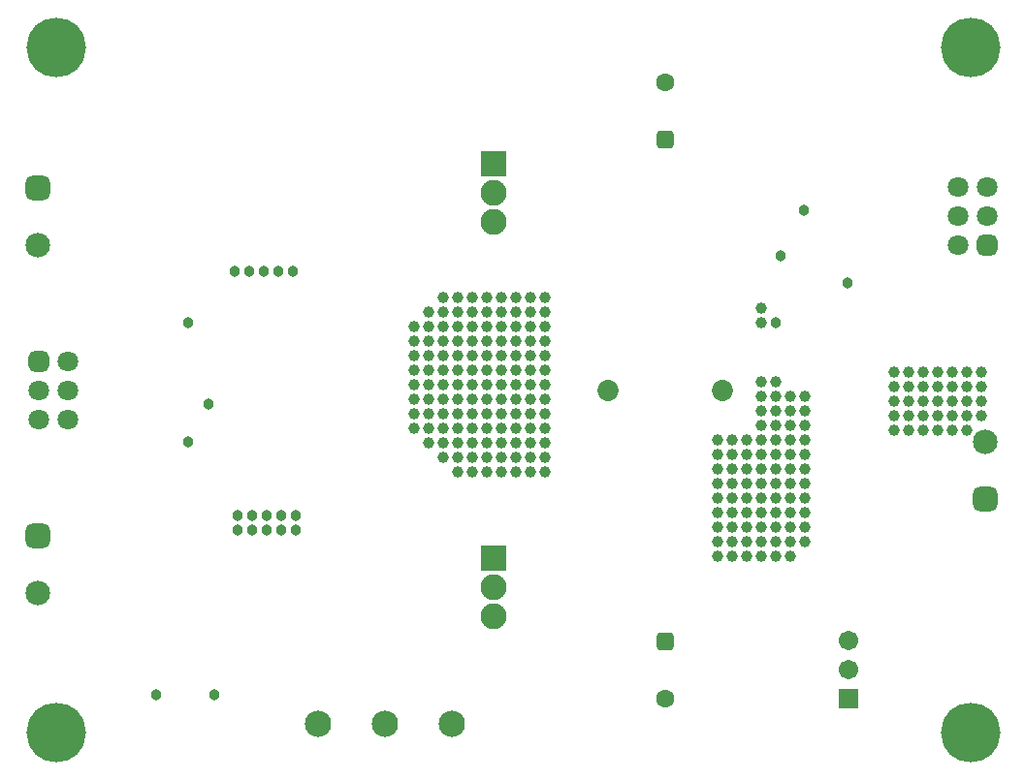
<source format=gbs>
G04*
G04 #@! TF.GenerationSoftware,Altium Limited,Altium Designer,21.1.1 (26)*
G04*
G04 Layer_Color=16711935*
%FSLAX25Y25*%
%MOIN*%
G70*
G04*
G04 #@! TF.SameCoordinates,71F490B5-E471-4577-894E-B108FF22964F*
G04*
G04*
G04 #@! TF.FilePolarity,Negative*
G04*
G01*
G75*
G04:AMPARAMS|DCode=29|XSize=84.77mil|YSize=84.77mil|CornerRadius=23.19mil|HoleSize=0mil|Usage=FLASHONLY|Rotation=270.000|XOffset=0mil|YOffset=0mil|HoleType=Round|Shape=RoundedRectangle|*
%AMROUNDEDRECTD29*
21,1,0.08477,0.03839,0,0,270.0*
21,1,0.03839,0.08477,0,0,270.0*
1,1,0.04639,-0.01919,-0.01919*
1,1,0.04639,-0.01919,0.01919*
1,1,0.04639,0.01919,0.01919*
1,1,0.04639,0.01919,-0.01919*
%
%ADD29ROUNDEDRECTD29*%
%ADD30C,0.08477*%
%ADD31C,0.09068*%
%ADD32R,0.06706X0.06706*%
%ADD33C,0.06706*%
G04:AMPARAMS|DCode=34|XSize=63.12mil|YSize=63.12mil|CornerRadius=17.78mil|HoleSize=0mil|Usage=FLASHONLY|Rotation=270.000|XOffset=0mil|YOffset=0mil|HoleType=Round|Shape=RoundedRectangle|*
%AMROUNDEDRECTD34*
21,1,0.06312,0.02756,0,0,270.0*
21,1,0.02756,0.06312,0,0,270.0*
1,1,0.03556,-0.01378,-0.01378*
1,1,0.03556,-0.01378,0.01378*
1,1,0.03556,0.01378,0.01378*
1,1,0.03556,0.01378,-0.01378*
%
%ADD34ROUNDEDRECTD34*%
%ADD35C,0.06312*%
%ADD36C,0.07296*%
G04:AMPARAMS|DCode=37|XSize=70.99mil|YSize=70.99mil|CornerRadius=19.75mil|HoleSize=0mil|Usage=FLASHONLY|Rotation=270.000|XOffset=0mil|YOffset=0mil|HoleType=Round|Shape=RoundedRectangle|*
%AMROUNDEDRECTD37*
21,1,0.07099,0.03150,0,0,270.0*
21,1,0.03150,0.07099,0,0,270.0*
1,1,0.03950,-0.01575,-0.01575*
1,1,0.03950,-0.01575,0.01575*
1,1,0.03950,0.01575,0.01575*
1,1,0.03950,0.01575,-0.01575*
%
%ADD37ROUNDEDRECTD37*%
%ADD38C,0.07099*%
%ADD39C,0.20485*%
%ADD40R,0.08950X0.08950*%
%ADD41C,0.08950*%
%ADD42C,0.03950*%
%ADD43C,0.03800*%
%ADD44C,0.03162*%
D29*
X153228Y371843D02*
D03*
X478772Y264657D02*
D03*
X153228Y252242D02*
D03*
D30*
Y352157D02*
D03*
X478772Y284343D02*
D03*
X153228Y232558D02*
D03*
D31*
X295500Y187500D02*
D03*
X272500D02*
D03*
X249500D02*
D03*
D32*
X431693Y196000D02*
D03*
D33*
Y206000D02*
D03*
Y216000D02*
D03*
D34*
X369000Y388500D02*
D03*
X369000Y215843D02*
D03*
D35*
X369000Y408185D02*
D03*
X369000Y196158D02*
D03*
D36*
X388685Y302200D02*
D03*
X349315D02*
D03*
D37*
X153500Y312200D02*
D03*
X479500Y352000D02*
D03*
D38*
X163500Y312200D02*
D03*
X153500Y302200D02*
D03*
X163500D02*
D03*
X153500Y292200D02*
D03*
X163500D02*
D03*
X469500Y372000D02*
D03*
X479500D02*
D03*
X469500Y362000D02*
D03*
X479500D02*
D03*
X469500Y352000D02*
D03*
D39*
X473701Y420000D02*
D03*
Y184409D02*
D03*
X159374Y184409D02*
D03*
Y420000D02*
D03*
D40*
X310000Y380000D02*
D03*
Y244500D02*
D03*
D41*
Y370000D02*
D03*
Y360000D02*
D03*
Y234500D02*
D03*
Y224500D02*
D03*
D42*
X297500Y334000D02*
D03*
X302500D02*
D03*
X322500D02*
D03*
X327500D02*
D03*
X317500D02*
D03*
X312500D02*
D03*
X307500D02*
D03*
X292500D02*
D03*
X402000Y330500D02*
D03*
Y325500D02*
D03*
X387000Y285000D02*
D03*
Y280000D02*
D03*
X392000Y285000D02*
D03*
Y280000D02*
D03*
X397000D02*
D03*
Y285000D02*
D03*
X387000Y260000D02*
D03*
Y265000D02*
D03*
X397000Y260000D02*
D03*
X392000D02*
D03*
Y265000D02*
D03*
X397000D02*
D03*
Y275000D02*
D03*
X392000D02*
D03*
Y270000D02*
D03*
X397000D02*
D03*
X387000Y275000D02*
D03*
Y270000D02*
D03*
Y255000D02*
D03*
X397000D02*
D03*
X392000D02*
D03*
X397000Y250000D02*
D03*
X392000D02*
D03*
Y245000D02*
D03*
X397000D02*
D03*
X387000Y250000D02*
D03*
Y245000D02*
D03*
X402000Y305000D02*
D03*
X407000D02*
D03*
X402000Y245000D02*
D03*
Y250000D02*
D03*
X412000Y245000D02*
D03*
X407000D02*
D03*
Y250000D02*
D03*
X412000D02*
D03*
X417000D02*
D03*
X407000Y255000D02*
D03*
X412000D02*
D03*
X417000D02*
D03*
X402000D02*
D03*
Y270000D02*
D03*
Y275000D02*
D03*
X417000Y270000D02*
D03*
X412000D02*
D03*
X407000D02*
D03*
Y275000D02*
D03*
X412000D02*
D03*
X417000D02*
D03*
Y265000D02*
D03*
X412000D02*
D03*
X407000D02*
D03*
Y260000D02*
D03*
X412000D02*
D03*
X417000D02*
D03*
X402000Y265000D02*
D03*
Y260000D02*
D03*
X412000Y300000D02*
D03*
X417000D02*
D03*
X412000Y285000D02*
D03*
Y280000D02*
D03*
Y290000D02*
D03*
Y295000D02*
D03*
X417000D02*
D03*
Y290000D02*
D03*
Y285000D02*
D03*
Y280000D02*
D03*
X407000D02*
D03*
Y285000D02*
D03*
Y290000D02*
D03*
Y295000D02*
D03*
X402000D02*
D03*
Y290000D02*
D03*
Y280000D02*
D03*
Y285000D02*
D03*
X407000Y300000D02*
D03*
X402000D02*
D03*
X287500Y284000D02*
D03*
X327500Y274000D02*
D03*
X307500Y279000D02*
D03*
Y274000D02*
D03*
Y284000D02*
D03*
X322500D02*
D03*
X327500D02*
D03*
X317500D02*
D03*
X312500D02*
D03*
X322500Y279000D02*
D03*
X327500D02*
D03*
X317500D02*
D03*
X312500D02*
D03*
X322500Y274000D02*
D03*
X317500D02*
D03*
X312500D02*
D03*
X302500D02*
D03*
Y279000D02*
D03*
Y284000D02*
D03*
X297500D02*
D03*
Y274000D02*
D03*
Y279000D02*
D03*
X292500Y284000D02*
D03*
Y279000D02*
D03*
X287500Y329000D02*
D03*
X282500Y314000D02*
D03*
Y309000D02*
D03*
Y319000D02*
D03*
Y324000D02*
D03*
X287500D02*
D03*
Y319000D02*
D03*
Y314000D02*
D03*
Y309000D02*
D03*
X292500Y324000D02*
D03*
Y319000D02*
D03*
Y309000D02*
D03*
Y314000D02*
D03*
Y329000D02*
D03*
Y294000D02*
D03*
Y289000D02*
D03*
Y299000D02*
D03*
Y304000D02*
D03*
X287500Y289000D02*
D03*
Y294000D02*
D03*
Y299000D02*
D03*
Y304000D02*
D03*
X282500D02*
D03*
Y299000D02*
D03*
Y289000D02*
D03*
Y294000D02*
D03*
X297500D02*
D03*
Y289000D02*
D03*
Y299000D02*
D03*
Y304000D02*
D03*
X302500D02*
D03*
Y299000D02*
D03*
Y294000D02*
D03*
Y289000D02*
D03*
X312500D02*
D03*
X317500D02*
D03*
X322500D02*
D03*
X312500Y294000D02*
D03*
X317500D02*
D03*
X327500D02*
D03*
X322500D02*
D03*
X312500Y299000D02*
D03*
X317500D02*
D03*
X327500D02*
D03*
X322500D02*
D03*
X312500Y304000D02*
D03*
X317500D02*
D03*
X327500D02*
D03*
X322500D02*
D03*
X307500D02*
D03*
Y299000D02*
D03*
Y289000D02*
D03*
Y294000D02*
D03*
X327500Y289000D02*
D03*
Y309000D02*
D03*
X307500Y329000D02*
D03*
X312500D02*
D03*
X317500D02*
D03*
X327500D02*
D03*
X322500D02*
D03*
X307500Y314000D02*
D03*
Y309000D02*
D03*
Y319000D02*
D03*
Y324000D02*
D03*
X322500D02*
D03*
X327500D02*
D03*
X317500D02*
D03*
X312500D02*
D03*
X322500Y319000D02*
D03*
X327500D02*
D03*
X317500D02*
D03*
X312500D02*
D03*
X322500Y314000D02*
D03*
X327500D02*
D03*
X317500D02*
D03*
X312500D02*
D03*
X322500Y309000D02*
D03*
X317500D02*
D03*
X312500D02*
D03*
X302500D02*
D03*
Y314000D02*
D03*
Y319000D02*
D03*
Y324000D02*
D03*
X297500D02*
D03*
Y319000D02*
D03*
Y309000D02*
D03*
Y314000D02*
D03*
X302500Y329000D02*
D03*
X297500D02*
D03*
X447500Y308500D02*
D03*
X452500D02*
D03*
X447500Y293500D02*
D03*
Y288500D02*
D03*
Y298500D02*
D03*
Y303500D02*
D03*
X452500D02*
D03*
Y298500D02*
D03*
Y293500D02*
D03*
Y288500D02*
D03*
X462500D02*
D03*
X467500D02*
D03*
X472500D02*
D03*
X462500Y293500D02*
D03*
X467500D02*
D03*
X477500D02*
D03*
X472500D02*
D03*
X462500Y298500D02*
D03*
X467500D02*
D03*
X477500D02*
D03*
X472500D02*
D03*
X462500Y303500D02*
D03*
X467500D02*
D03*
X477500D02*
D03*
X472500D02*
D03*
X457500D02*
D03*
Y298500D02*
D03*
Y288500D02*
D03*
Y293500D02*
D03*
X472500Y308500D02*
D03*
X477500D02*
D03*
X467500D02*
D03*
X462500D02*
D03*
X457500D02*
D03*
D43*
X212000Y297500D02*
D03*
X194000Y197500D02*
D03*
X214000D02*
D03*
X407000Y325500D02*
D03*
X408500Y348500D02*
D03*
X221000Y343000D02*
D03*
X226000D02*
D03*
X231000D02*
D03*
X236000D02*
D03*
X241000D02*
D03*
X242000Y259000D02*
D03*
Y254000D02*
D03*
X227000D02*
D03*
X232000D02*
D03*
X237000D02*
D03*
X222000D02*
D03*
X237000Y259000D02*
D03*
X232000D02*
D03*
X227000D02*
D03*
X222000D02*
D03*
X431500Y339000D02*
D03*
X205000Y284500D02*
D03*
Y325500D02*
D03*
X416500Y364000D02*
D03*
D44*
X479201Y425500D02*
D03*
Y414500D02*
D03*
X468201D02*
D03*
Y425500D02*
D03*
X465701Y420000D02*
D03*
X481701D02*
D03*
X473701Y412000D02*
D03*
Y428000D02*
D03*
X479201Y189909D02*
D03*
Y178909D02*
D03*
X468201D02*
D03*
Y189909D02*
D03*
X465701Y184409D02*
D03*
X481701D02*
D03*
X473701Y176409D02*
D03*
Y192409D02*
D03*
X164874Y189909D02*
D03*
Y178909D02*
D03*
X153874D02*
D03*
Y189909D02*
D03*
X151374Y184409D02*
D03*
X167374D02*
D03*
X159374Y176409D02*
D03*
Y192409D02*
D03*
X164874Y425500D02*
D03*
Y414500D02*
D03*
X153874D02*
D03*
Y425500D02*
D03*
X151374Y420000D02*
D03*
X167374D02*
D03*
X159374Y412000D02*
D03*
Y428000D02*
D03*
M02*

</source>
